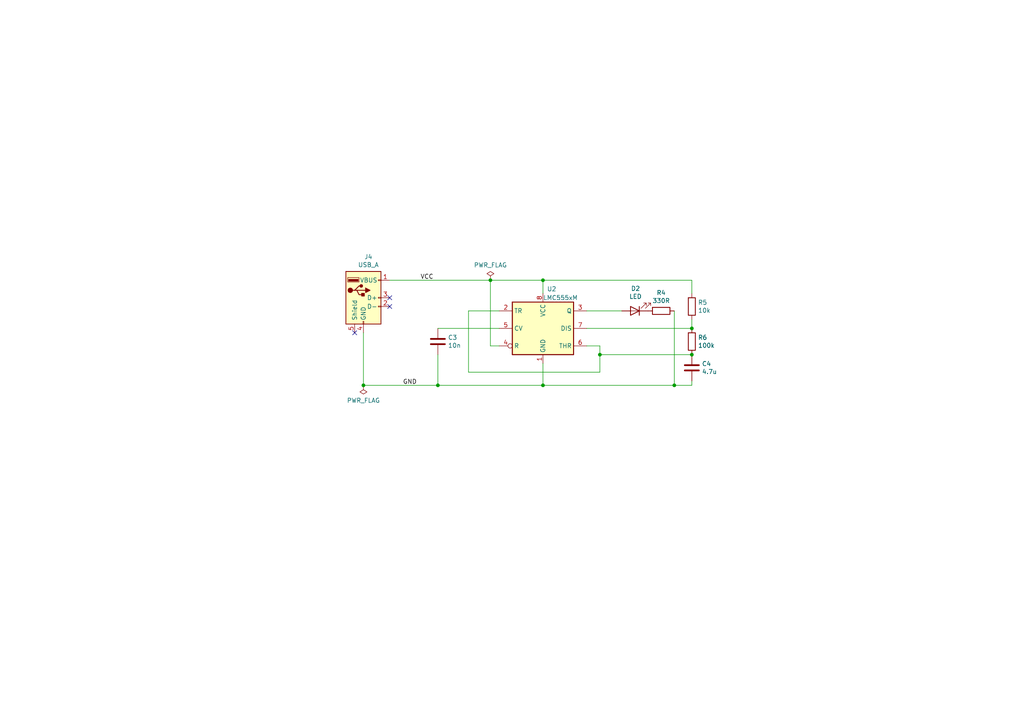
<source format=kicad_sch>
(kicad_sch (version 20211123) (generator eeschema)
  (paper "A4")
  (lib_symbols
    (symbol "Device:C" (pin_numbers hide) (pin_names (offset 0.254))
      (property "Reference" "C" (at 0.635 2.54 0))
      (property "Value" "Device_C" (at 0.635 -2.54 0))
      (symbol "C_0_1"
        (polyline (pts (xy -2.032 -0.762) (xy 2.032 -0.762)) (stroke (width 0.508)))
        (polyline (pts (xy -2.032 0.762) (xy 2.032 0.762)) (stroke (width 0.508)))
      )
      (symbol "C_1_1"
        (pin passive line (at 0 3.81 270) (length 2.794) (name "~") (number "1"))
        (pin passive line (at 0 -3.81 90) (length 2.794) (name "~") (number "2"))
      )
    )
    (symbol "Device:LED" (pin_numbers hide) (pin_names (offset 1.016) hide)
      (property "Reference" "D" (at 0 2.54 0))
      (property "Value" "Device_LED" (at 0 -2.54 0))
      (symbol "LED_0_1"
        (polyline (pts (xy -1.27 -1.27) (xy -1.27 1.27)) (stroke (width 0.254)))
        (polyline (pts (xy -1.27 0) (xy 1.27 0)))
        (polyline (pts (xy 1.27 -1.27) (xy 1.27 1.27) (xy -1.27 0) (xy 1.27 -1.27)) (stroke (width 0.254)))
        (polyline (pts (xy -3.048 -0.762) (xy -4.572 -2.286) (xy -3.81 -2.286) (xy -4.572 -2.286) (xy -4.572 -1.524)))
        (polyline (pts (xy -1.778 -0.762) (xy -3.302 -2.286) (xy -2.54 -2.286) (xy -3.302 -2.286) (xy -3.302 -1.524)))
      )
      (symbol "LED_1_1"
        (pin passive line (at -3.81 0 0) (length 2.54) (name "K") (number "1"))
        (pin passive line (at 3.81 0 180) (length 2.54) (name "A") (number "2"))
      )
    )
    (symbol "Device:R" (pin_numbers hide) (pin_names (offset 0))
      (property "Reference" "R" (at 2.032 0 90))
      (property "Value" "Device_R" (at 0 0 90))
      (symbol "R_0_1"
        (rectangle (start -1.016 -2.54) (end 1.016 2.54) (stroke (width 0.254)))
      )
      (symbol "R_1_1"
        (pin passive line (at 0 3.81 270) (length 1.27) (name "~") (number "1"))
        (pin passive line (at 0 -3.81 90) (length 1.27) (name "~") (number "2"))
      )
    )
    (symbol "Timer:LMC555xM"
      (property "Reference" "U" (at -10.16 8.89 0))
      (property "Value" "Timer_LMC555xM" (at 2.54 8.89 0))
      (symbol "LMC555xM_0_0"
        (pin power_in line (at 0 -10.16 90) (length 2.54) (name "GND") (number "1"))
        (pin power_in line (at 0 10.16 270) (length 2.54) (name "VCC") (number "8"))
      )
      (symbol "LMC555xM_0_1"
        (rectangle (start -8.89 -7.62) (end 8.89 7.62) (stroke (width 0.254)) (fill (type background)))
        (rectangle (start -8.89 -7.62) (end 8.89 7.62) (stroke (width 0.254)) (fill (type background)))
      )
      (symbol "LMC555xM_1_1"
        (pin input line (at -12.7 5.08 0) (length 3.81) (name "TR") (number "2"))
        (pin output line (at 12.7 5.08 180) (length 3.81) (name "Q") (number "3"))
        (pin input inverted (at -12.7 -5.08 0) (length 3.81) (name "R") (number "4"))
        (pin input line (at -12.7 0 0) (length 3.81) (name "CV") (number "5"))
        (pin input line (at 12.7 -5.08 180) (length 3.81) (name "THR") (number "6"))
        (pin input line (at 12.7 0 180) (length 3.81) (name "DIS") (number "7"))
      )
    )
    (symbol "power:PWR_FLAG" (power) (pin_numbers hide) (pin_names (offset 0) hide)
      (property "Value" "power_PWR_FLAG" (at 0 3.81 0))
      (symbol "PWR_FLAG_0_0"
        (pin power_out line (at 0 0 90) (length 0) (name "pwr") (number "1"))
      )
      (symbol "PWR_FLAG_0_1"
        (polyline (pts (xy 0 0) (xy 0 1.27) (xy -1.016 1.905) (xy 0 2.54) (xy 1.016 1.905) (xy 0 1.27)))
      )
    )
    (symbol "solderingChallenge-rescue:USB_A-Connector" (pin_names (offset 1.016))
      (property "Reference" "J" (at -5.08 11.43 0))
      (property "Value" "USB_A-Connector" (at -5.08 8.89 0))
      (symbol "USB_A-Connector_0_1"
        (rectangle (start -5.08 -7.62) (end 5.08 7.62) (stroke (width 0.254)) (fill (type background)))
        (circle (center -3.81 2.159) (radius 0.635) (stroke (width 0.254)) (fill (type outline)))
        (rectangle (start -1.524 4.826) (end -4.318 5.334) (fill (type outline)))
        (rectangle (start -1.27 4.572) (end -4.572 5.842))
        (circle (center -0.635 3.429) (radius 0.381) (stroke (width 0.254)) (fill (type outline)))
        (rectangle (start -0.127 -7.62) (end 0.127 -6.858))
        (polyline (pts (xy -3.175 2.159) (xy -2.54 2.159) (xy -1.27 3.429) (xy -0.635 3.429)) (stroke (width 0.254)))
        (polyline (pts (xy -2.54 2.159) (xy -1.905 2.159) (xy -1.27 0.889) (xy 0 0.889)) (stroke (width 0.254)))
        (polyline (pts (xy 0.635 2.794) (xy 0.635 1.524) (xy 1.905 2.159) (xy 0.635 2.794)) (stroke (width 0.254)) (fill (type outline)))
        (rectangle (start 0.254 1.27) (end -0.508 0.508) (stroke (width 0.254)) (fill (type outline)))
        (rectangle (start 5.08 -2.667) (end 4.318 -2.413))
        (rectangle (start 5.08 -0.127) (end 4.318 0.127))
        (rectangle (start 5.08 4.953) (end 4.318 5.207))
      )
      (symbol "USB_A-Connector_1_1"
        (polyline (pts (xy -1.905 2.159) (xy 0.635 2.159)) (stroke (width 0.254)))
        (pin power_in line (at 7.62 5.08 180) (length 2.54) (name "VBUS") (number "1"))
        (pin passive line (at 7.62 -2.54 180) (length 2.54) (name "D-") (number "2"))
        (pin passive line (at 7.62 0 180) (length 2.54) (name "D+") (number "3"))
        (pin power_in line (at 0 -10.16 90) (length 2.54) (name "GND") (number "4"))
        (pin passive line (at -2.54 -10.16 90) (length 2.54) (name "Shield") (number "5"))
      )
    )
  )
  (junction (at 142.24 81.28))
  (junction (at 127 111.76))
  (junction (at 200.66 102.87))
  (junction (at 195.58 111.76))
  (junction (at 173.99 102.87))
  (junction (at 157.48 111.76))
  (junction (at 105.41 111.76))
  (junction (at 157.48 81.28))
  (junction (at 200.66 95.25))
  (no_connect (at 113.03 88.9))
  (no_connect (at 113.03 86.36))
  (no_connect (at 102.87 96.52))
  (wire (pts (xy 113.03 81.28) (xy 142.24 81.28)))
  (wire (pts (xy 157.48 81.28) (xy 200.66 81.28)))
  (wire (pts (xy 173.99 107.95) (xy 173.99 102.87)))
  (wire (pts (xy 157.48 111.76) (xy 157.48 105.41)))
  (wire (pts (xy 127 111.76) (xy 105.41 111.76)))
  (wire (pts (xy 142.24 81.28) (xy 157.48 81.28)))
  (wire (pts (xy 105.41 111.76) (xy 105.41 96.52)))
  (wire (pts (xy 195.58 111.76) (xy 200.66 111.76)))
  (wire (pts (xy 144.78 90.17) (xy 135.89 90.17)))
  (wire (pts (xy 144.78 100.33) (xy 142.24 100.33)))
  (wire (pts (xy 157.48 85.09) (xy 157.48 81.28)))
  (wire (pts (xy 135.89 107.95) (xy 173.99 107.95)))
  (wire (pts (xy 157.48 111.76) (xy 195.58 111.76)))
  (wire (pts (xy 170.18 95.25) (xy 200.66 95.25)))
  (wire (pts (xy 195.58 90.17) (xy 195.58 111.76)))
  (wire (pts (xy 127 111.76) (xy 157.48 111.76)))
  (wire (pts (xy 200.66 92.71) (xy 200.66 95.25)))
  (wire (pts (xy 135.89 90.17) (xy 135.89 107.95)))
  (wire (pts (xy 200.66 81.28) (xy 200.66 85.09)))
  (wire (pts (xy 127 102.87) (xy 127 111.76)))
  (wire (pts (xy 170.18 90.17) (xy 180.34 90.17)))
  (wire (pts (xy 127 95.25) (xy 144.78 95.25)))
  (wire (pts (xy 142.24 100.33) (xy 142.24 81.28)))
  (wire (pts (xy 173.99 100.33) (xy 170.18 100.33)))
  (wire (pts (xy 200.66 111.76) (xy 200.66 110.49)))
  (wire (pts (xy 200.66 102.87) (xy 173.99 102.87)))
  (wire (pts (xy 173.99 102.87) (xy 173.99 100.33)))
  (label "GND" (at 116.84 111.76 0))
  (label "VCC" (at 121.92 81.28 0))
  (symbol (lib_id "Device:R") (at 200.66 99.06 0) (unit 1)
    (property "Reference" "R6" (at 202.438 97.8916 0) (effects (justify left)))
    (property "Value" "100k" (at 202.438 100.203 0) (effects (justify left)))
    (property "Footprint" "Resistor_SMD:R_1206_3216Metric_Pad1.42x1.75mm_HandSolder" (effects hide))
  )
  (symbol (lib_id "Device:C") (at 127 99.06 0) (unit 1)
    (property "Reference" "C3" (at 129.921 97.8916 0) (effects (justify left)))
    (property "Value" "10n" (at 129.921 100.203 0) (effects (justify left)))
    (property "Footprint" "Capacitor_SMD:C_1206_3216Metric_Pad1.42x1.75mm_HandSolder" (effects hide))
  )
  (symbol (lib_id "Device:R") (at 200.66 88.9 0) (unit 1)
    (property "Reference" "R5" (at 202.438 87.7316 0) (effects (justify left)))
    (property "Value" "10k" (at 202.438 90.043 0) (effects (justify left)))
    (property "Footprint" "Resistor_SMD:R_1206_3216Metric_Pad1.42x1.75mm_HandSolder" (effects hide))
  )
  (symbol (lib_id "Device:C") (at 200.66 106.68 0) (unit 1)
    (property "Reference" "C4" (at 203.581 105.5116 0) (effects (justify left)))
    (property "Value" "4.7u" (at 203.581 107.823 0) (effects (justify left)))
    (property "Footprint" "Capacitor_SMD:C_1206_3216Metric_Pad1.42x1.75mm_HandSolder" (effects hide))
  )
  (symbol (lib_id "solderingChallenge-rescue:USB_A-Connector") (at 105.41 86.36 0) (unit 1)
    (property "Reference" "J4" (at 106.8578 74.4982 0))
    (property "Value" "USB_A" (at 106.8578 76.8096 0))
    (property "Footprint" "RoboCamp:usb-PCB" (effects hide))
    (property "Datasheet" " ~" (effects hide))
  )
  (symbol (lib_id "Device:R") (at 191.77 90.17 270) (unit 1)
    (property "Reference" "R4" (at 191.77 84.9122 90))
    (property "Value" "330R" (at 191.77 87.2236 90))
    (property "Footprint" "Resistor_SMD:R_1206_3216Metric_Pad1.42x1.75mm_HandSolder" (effects hide))
  )
  (symbol (lib_id "Device:LED") (at 184.15 90.17 180) (unit 1)
    (property "Reference" "D2" (at 184.3278 83.693 0))
    (property "Value" "LED" (at 184.3278 86.0044 0))
    (property "Footprint" "LED_SMD:LED_1206_3216Metric_Pad1.42x1.75mm_HandSolder" (effects hide))
  )
  (symbol (lib_id "power:PWR_FLAG") (at 142.24 81.28 0) (unit 1)
    (property "Reference" "#FLG03" (effects hide))
    (property "Value" "PWR_FLAG" (at 142.24 76.8858 0))
  )
  (symbol (lib_id "power:PWR_FLAG") (at 105.41 111.76 180) (unit 1)
    (property "Reference" "#FLG04" (effects hide))
    (property "Value" "PWR_FLAG" (at 105.41 116.1542 0))
  )
  (symbol (lib_id "Timer:LMC555xM") (at 157.48 95.25 0) (unit 1)
    (property "Reference" "U2" (at 160.02 83.82 0))
    (property "Value" "LMC555xM" (at 162.56 86.36 0))
    (property "Footprint" "Package_SO:SOIC-8_3.9x4.9mm_P1.27mm" (effects hide))
    (property "Datasheet" "http://www.ti.com/lit/ds/symlink/lmc555.pdf" (effects hide))
  )
)
</source>
